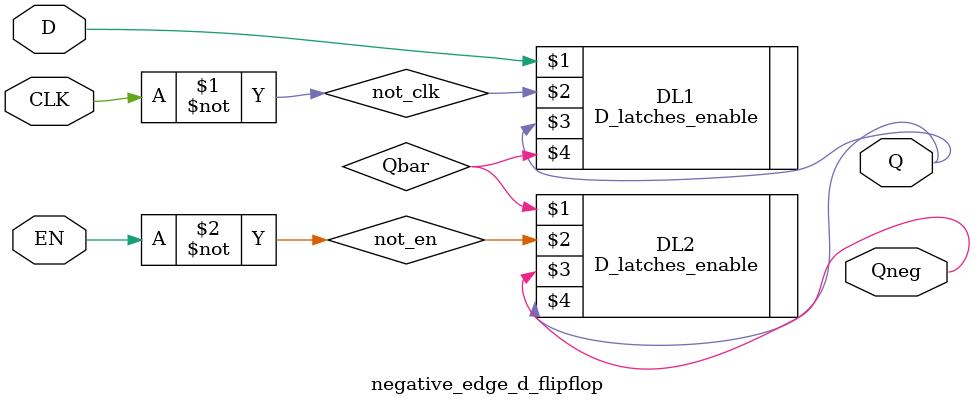
<source format=v>
`timescale 1ns / 1ps


module negative_edge_d_flipflop(D, CLK, EN, Q, Qneg);
  
  input D, CLK, EN;
  output Q, Qneg;
  wire not_clk, not_en;
  wire Qbar;

  assign not_clk = ~CLK;
  assign not_en = ~EN;

  D_latches_enable DL1 (D, not_clk, Q, Qbar);
  D_latches_enable DL2 (Qbar, not_en, Qneg, Q);

endmodule
</source>
